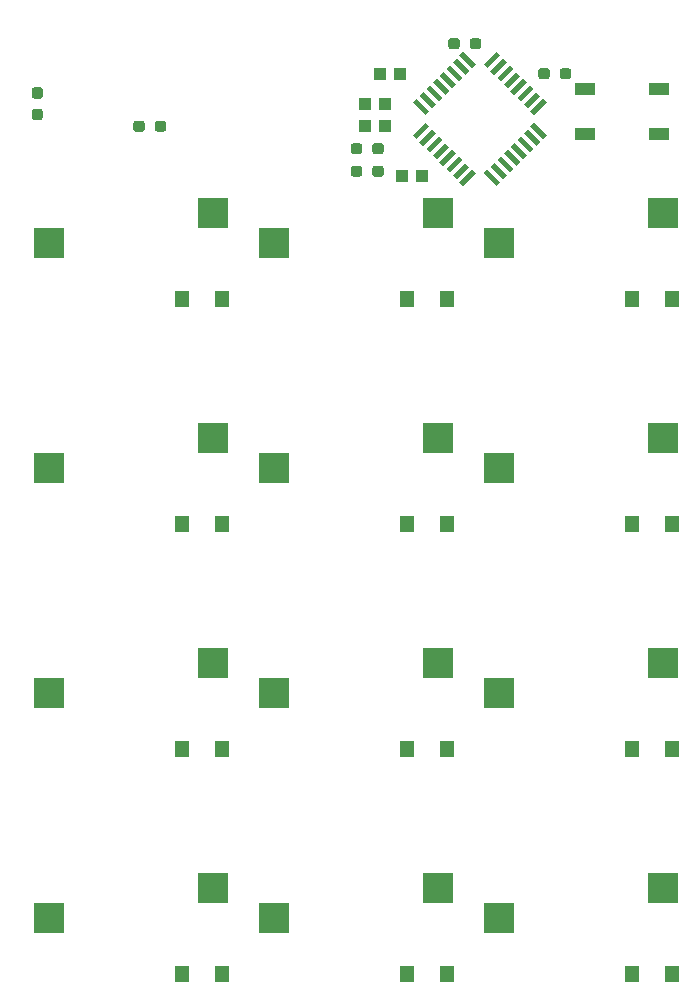
<source format=gbr>
%TF.GenerationSoftware,KiCad,Pcbnew,(5.1.10)-1*%
%TF.CreationDate,2021-10-04T19:32:16-04:00*%
%TF.ProjectId,macropad,6d616372-6f70-4616-942e-6b696361645f,rev?*%
%TF.SameCoordinates,Original*%
%TF.FileFunction,Paste,Bot*%
%TF.FilePolarity,Positive*%
%FSLAX46Y46*%
G04 Gerber Fmt 4.6, Leading zero omitted, Abs format (unit mm)*
G04 Created by KiCad (PCBNEW (5.1.10)-1) date 2021-10-04 19:32:16*
%MOMM*%
%LPD*%
G01*
G04 APERTURE LIST*
%ADD10R,1.700000X1.000000*%
%ADD11C,0.100000*%
%ADD12R,2.550000X2.500000*%
%ADD13R,1.200000X1.400000*%
%ADD14R,1.100000X1.100000*%
G04 APERTURE END LIST*
D10*
%TO.C,SW13*%
X184760000Y-62235000D03*
X178460000Y-62235000D03*
X184760000Y-66035000D03*
X178460000Y-66035000D03*
%TD*%
D11*
%TO.C,U1*%
G36*
X173840674Y-64115926D02*
G01*
X174901334Y-63055266D01*
X175219532Y-63373464D01*
X174158872Y-64434124D01*
X173840674Y-64115926D01*
G37*
G36*
X173274988Y-63550241D02*
G01*
X174335648Y-62489581D01*
X174653846Y-62807779D01*
X173593186Y-63868439D01*
X173274988Y-63550241D01*
G37*
G36*
X172709303Y-62984555D02*
G01*
X173769963Y-61923895D01*
X174088161Y-62242093D01*
X173027501Y-63302753D01*
X172709303Y-62984555D01*
G37*
G36*
X172143618Y-62418870D02*
G01*
X173204278Y-61358210D01*
X173522476Y-61676408D01*
X172461816Y-62737068D01*
X172143618Y-62418870D01*
G37*
G36*
X171577932Y-61853184D02*
G01*
X172638592Y-60792524D01*
X172956790Y-61110722D01*
X171896130Y-62171382D01*
X171577932Y-61853184D01*
G37*
G36*
X171012247Y-61287499D02*
G01*
X172072907Y-60226839D01*
X172391105Y-60545037D01*
X171330445Y-61605697D01*
X171012247Y-61287499D01*
G37*
G36*
X170446561Y-60721814D02*
G01*
X171507221Y-59661154D01*
X171825419Y-59979352D01*
X170764759Y-61040012D01*
X170446561Y-60721814D01*
G37*
G36*
X169880876Y-60156128D02*
G01*
X170941536Y-59095468D01*
X171259734Y-59413666D01*
X170199074Y-60474326D01*
X169880876Y-60156128D01*
G37*
G36*
X167830266Y-70126334D02*
G01*
X168890926Y-69065674D01*
X169209124Y-69383872D01*
X168148464Y-70444532D01*
X167830266Y-70126334D01*
G37*
G36*
X167264581Y-69560648D02*
G01*
X168325241Y-68499988D01*
X168643439Y-68818186D01*
X167582779Y-69878846D01*
X167264581Y-69560648D01*
G37*
G36*
X166698895Y-68994963D02*
G01*
X167759555Y-67934303D01*
X168077753Y-68252501D01*
X167017093Y-69313161D01*
X166698895Y-68994963D01*
G37*
G36*
X166133210Y-68429278D02*
G01*
X167193870Y-67368618D01*
X167512068Y-67686816D01*
X166451408Y-68747476D01*
X166133210Y-68429278D01*
G37*
G36*
X165567524Y-67863592D02*
G01*
X166628184Y-66802932D01*
X166946382Y-67121130D01*
X165885722Y-68181790D01*
X165567524Y-67863592D01*
G37*
G36*
X165001839Y-67297907D02*
G01*
X166062499Y-66237247D01*
X166380697Y-66555445D01*
X165320037Y-67616105D01*
X165001839Y-67297907D01*
G37*
G36*
X164436154Y-66732221D02*
G01*
X165496814Y-65671561D01*
X165815012Y-65989759D01*
X164754352Y-67050419D01*
X164436154Y-66732221D01*
G37*
G36*
X163870468Y-66166536D02*
G01*
X164931128Y-65105876D01*
X165249326Y-65424074D01*
X164188666Y-66484734D01*
X163870468Y-66166536D01*
G37*
G36*
X170446561Y-68818186D02*
G01*
X170764759Y-68499988D01*
X171825419Y-69560648D01*
X171507221Y-69878846D01*
X170446561Y-68818186D01*
G37*
G36*
X171012247Y-68252501D02*
G01*
X171330445Y-67934303D01*
X172391105Y-68994963D01*
X172072907Y-69313161D01*
X171012247Y-68252501D01*
G37*
G36*
X171577932Y-67686816D02*
G01*
X171896130Y-67368618D01*
X172956790Y-68429278D01*
X172638592Y-68747476D01*
X171577932Y-67686816D01*
G37*
G36*
X172143618Y-67121130D02*
G01*
X172461816Y-66802932D01*
X173522476Y-67863592D01*
X173204278Y-68181790D01*
X172143618Y-67121130D01*
G37*
G36*
X172709303Y-66555445D02*
G01*
X173027501Y-66237247D01*
X174088161Y-67297907D01*
X173769963Y-67616105D01*
X172709303Y-66555445D01*
G37*
G36*
X173274988Y-65989759D02*
G01*
X173593186Y-65671561D01*
X174653846Y-66732221D01*
X174335648Y-67050419D01*
X173274988Y-65989759D01*
G37*
G36*
X173840674Y-65424074D02*
G01*
X174158872Y-65105876D01*
X175219532Y-66166536D01*
X174901334Y-66484734D01*
X173840674Y-65424074D01*
G37*
G36*
X169880876Y-69383872D02*
G01*
X170199074Y-69065674D01*
X171259734Y-70126334D01*
X170941536Y-70444532D01*
X169880876Y-69383872D01*
G37*
G36*
X163870468Y-63373464D02*
G01*
X164188666Y-63055266D01*
X165249326Y-64115926D01*
X164931128Y-64434124D01*
X163870468Y-63373464D01*
G37*
G36*
X164436154Y-62807779D02*
G01*
X164754352Y-62489581D01*
X165815012Y-63550241D01*
X165496814Y-63868439D01*
X164436154Y-62807779D01*
G37*
G36*
X165001839Y-62242093D02*
G01*
X165320037Y-61923895D01*
X166380697Y-62984555D01*
X166062499Y-63302753D01*
X165001839Y-62242093D01*
G37*
G36*
X165567524Y-61676408D02*
G01*
X165885722Y-61358210D01*
X166946382Y-62418870D01*
X166628184Y-62737068D01*
X165567524Y-61676408D01*
G37*
G36*
X166133210Y-61110722D02*
G01*
X166451408Y-60792524D01*
X167512068Y-61853184D01*
X167193870Y-62171382D01*
X166133210Y-61110722D01*
G37*
G36*
X166698895Y-60545037D02*
G01*
X167017093Y-60226839D01*
X168077753Y-61287499D01*
X167759555Y-61605697D01*
X166698895Y-60545037D01*
G37*
G36*
X167264581Y-59979352D02*
G01*
X167582779Y-59661154D01*
X168643439Y-60721814D01*
X168325241Y-61040012D01*
X167264581Y-59979352D01*
G37*
G36*
X167830266Y-59413666D02*
G01*
X168148464Y-59095468D01*
X169209124Y-60156128D01*
X168890926Y-60474326D01*
X167830266Y-59413666D01*
G37*
%TD*%
D12*
%TO.C,SW12*%
X133092500Y-132397500D03*
X146942500Y-129857500D03*
%TD*%
%TO.C,SW11*%
X152142500Y-132397500D03*
X165992500Y-129857500D03*
%TD*%
%TO.C,SW10*%
X171192500Y-132397500D03*
X185042500Y-129857500D03*
%TD*%
%TO.C,SW9*%
X133092500Y-113347500D03*
X146942500Y-110807500D03*
%TD*%
%TO.C,SW8*%
X152142500Y-113347500D03*
X165992500Y-110807500D03*
%TD*%
%TO.C,SW7*%
X171192500Y-113347500D03*
X185042500Y-110807500D03*
%TD*%
%TO.C,SW6*%
X133092500Y-94297500D03*
X146942500Y-91757500D03*
%TD*%
%TO.C,SW5*%
X152142500Y-94297500D03*
X165992500Y-91757500D03*
%TD*%
%TO.C,SW4*%
X171192500Y-94297500D03*
X185042500Y-91757500D03*
%TD*%
%TO.C,SW3*%
X133092500Y-75247500D03*
X146942500Y-72707500D03*
%TD*%
%TO.C,SW2*%
X152142500Y-75247500D03*
X165992500Y-72707500D03*
%TD*%
%TO.C,SW1*%
X171192500Y-75247500D03*
X185042500Y-72707500D03*
%TD*%
%TO.C,R6*%
G36*
G01*
X176320000Y-61197500D02*
X176320000Y-60722500D01*
G75*
G02*
X176557500Y-60485000I237500J0D01*
G01*
X177057500Y-60485000D01*
G75*
G02*
X177295000Y-60722500I0J-237500D01*
G01*
X177295000Y-61197500D01*
G75*
G02*
X177057500Y-61435000I-237500J0D01*
G01*
X176557500Y-61435000D01*
G75*
G02*
X176320000Y-61197500I0J237500D01*
G01*
G37*
G36*
G01*
X174495000Y-61197500D02*
X174495000Y-60722500D01*
G75*
G02*
X174732500Y-60485000I237500J0D01*
G01*
X175232500Y-60485000D01*
G75*
G02*
X175470000Y-60722500I0J-237500D01*
G01*
X175470000Y-61197500D01*
G75*
G02*
X175232500Y-61435000I-237500J0D01*
G01*
X174732500Y-61435000D01*
G75*
G02*
X174495000Y-61197500I0J237500D01*
G01*
G37*
%TD*%
%TO.C,R5*%
G36*
G01*
X167850000Y-58182500D02*
X167850000Y-58657500D01*
G75*
G02*
X167612500Y-58895000I-237500J0D01*
G01*
X167112500Y-58895000D01*
G75*
G02*
X166875000Y-58657500I0J237500D01*
G01*
X166875000Y-58182500D01*
G75*
G02*
X167112500Y-57945000I237500J0D01*
G01*
X167612500Y-57945000D01*
G75*
G02*
X167850000Y-58182500I0J-237500D01*
G01*
G37*
G36*
G01*
X169675000Y-58182500D02*
X169675000Y-58657500D01*
G75*
G02*
X169437500Y-58895000I-237500J0D01*
G01*
X168937500Y-58895000D01*
G75*
G02*
X168700000Y-58657500I0J237500D01*
G01*
X168700000Y-58182500D01*
G75*
G02*
X168937500Y-57945000I237500J0D01*
G01*
X169437500Y-57945000D01*
G75*
G02*
X169675000Y-58182500I0J-237500D01*
G01*
G37*
%TD*%
%TO.C,R4*%
G36*
G01*
X160445000Y-69452500D02*
X160445000Y-68977500D01*
G75*
G02*
X160682500Y-68740000I237500J0D01*
G01*
X161182500Y-68740000D01*
G75*
G02*
X161420000Y-68977500I0J-237500D01*
G01*
X161420000Y-69452500D01*
G75*
G02*
X161182500Y-69690000I-237500J0D01*
G01*
X160682500Y-69690000D01*
G75*
G02*
X160445000Y-69452500I0J237500D01*
G01*
G37*
G36*
G01*
X158620000Y-69452500D02*
X158620000Y-68977500D01*
G75*
G02*
X158857500Y-68740000I237500J0D01*
G01*
X159357500Y-68740000D01*
G75*
G02*
X159595000Y-68977500I0J-237500D01*
G01*
X159595000Y-69452500D01*
G75*
G02*
X159357500Y-69690000I-237500J0D01*
G01*
X158857500Y-69690000D01*
G75*
G02*
X158620000Y-69452500I0J237500D01*
G01*
G37*
%TD*%
%TO.C,R3*%
G36*
G01*
X160445000Y-67547500D02*
X160445000Y-67072500D01*
G75*
G02*
X160682500Y-66835000I237500J0D01*
G01*
X161182500Y-66835000D01*
G75*
G02*
X161420000Y-67072500I0J-237500D01*
G01*
X161420000Y-67547500D01*
G75*
G02*
X161182500Y-67785000I-237500J0D01*
G01*
X160682500Y-67785000D01*
G75*
G02*
X160445000Y-67547500I0J237500D01*
G01*
G37*
G36*
G01*
X158620000Y-67547500D02*
X158620000Y-67072500D01*
G75*
G02*
X158857500Y-66835000I237500J0D01*
G01*
X159357500Y-66835000D01*
G75*
G02*
X159595000Y-67072500I0J-237500D01*
G01*
X159595000Y-67547500D01*
G75*
G02*
X159357500Y-67785000I-237500J0D01*
G01*
X158857500Y-67785000D01*
G75*
G02*
X158620000Y-67547500I0J237500D01*
G01*
G37*
%TD*%
%TO.C,R2*%
G36*
G01*
X131842500Y-63925000D02*
X132317500Y-63925000D01*
G75*
G02*
X132555000Y-64162500I0J-237500D01*
G01*
X132555000Y-64662500D01*
G75*
G02*
X132317500Y-64900000I-237500J0D01*
G01*
X131842500Y-64900000D01*
G75*
G02*
X131605000Y-64662500I0J237500D01*
G01*
X131605000Y-64162500D01*
G75*
G02*
X131842500Y-63925000I237500J0D01*
G01*
G37*
G36*
G01*
X131842500Y-62100000D02*
X132317500Y-62100000D01*
G75*
G02*
X132555000Y-62337500I0J-237500D01*
G01*
X132555000Y-62837500D01*
G75*
G02*
X132317500Y-63075000I-237500J0D01*
G01*
X131842500Y-63075000D01*
G75*
G02*
X131605000Y-62837500I0J237500D01*
G01*
X131605000Y-62337500D01*
G75*
G02*
X131842500Y-62100000I237500J0D01*
G01*
G37*
%TD*%
%TO.C,R1*%
G36*
G01*
X142030000Y-65642500D02*
X142030000Y-65167500D01*
G75*
G02*
X142267500Y-64930000I237500J0D01*
G01*
X142767500Y-64930000D01*
G75*
G02*
X143005000Y-65167500I0J-237500D01*
G01*
X143005000Y-65642500D01*
G75*
G02*
X142767500Y-65880000I-237500J0D01*
G01*
X142267500Y-65880000D01*
G75*
G02*
X142030000Y-65642500I0J237500D01*
G01*
G37*
G36*
G01*
X140205000Y-65642500D02*
X140205000Y-65167500D01*
G75*
G02*
X140442500Y-64930000I237500J0D01*
G01*
X140942500Y-64930000D01*
G75*
G02*
X141180000Y-65167500I0J-237500D01*
G01*
X141180000Y-65642500D01*
G75*
G02*
X140942500Y-65880000I-237500J0D01*
G01*
X140442500Y-65880000D01*
G75*
G02*
X140205000Y-65642500I0J237500D01*
G01*
G37*
%TD*%
D13*
%TO.C,D12*%
X147750000Y-137160000D03*
X144350000Y-137160000D03*
%TD*%
%TO.C,D11*%
X166800000Y-137160000D03*
X163400000Y-137160000D03*
%TD*%
%TO.C,D10*%
X185850000Y-137160000D03*
X182450000Y-137160000D03*
%TD*%
%TO.C,D9*%
X147750000Y-118110000D03*
X144350000Y-118110000D03*
%TD*%
%TO.C,D8*%
X166800000Y-118110000D03*
X163400000Y-118110000D03*
%TD*%
%TO.C,D7*%
X185850000Y-118110000D03*
X182450000Y-118110000D03*
%TD*%
%TO.C,D6*%
X147750000Y-99060000D03*
X144350000Y-99060000D03*
%TD*%
%TO.C,D5*%
X166800000Y-99060000D03*
X163400000Y-99060000D03*
%TD*%
%TO.C,D4*%
X185850000Y-99060000D03*
X182450000Y-99060000D03*
%TD*%
%TO.C,D3*%
X147750000Y-80010000D03*
X144350000Y-80010000D03*
%TD*%
%TO.C,D2*%
X166800000Y-80010000D03*
X163400000Y-80010000D03*
%TD*%
%TO.C,D1*%
X185850000Y-80010000D03*
X182450000Y-80010000D03*
%TD*%
D14*
%TO.C,C4*%
X161075000Y-60960000D03*
X162775000Y-60960000D03*
%TD*%
%TO.C,C3*%
X159805000Y-65405000D03*
X161505000Y-65405000D03*
%TD*%
%TO.C,C2*%
X159805000Y-63500000D03*
X161505000Y-63500000D03*
%TD*%
%TO.C,C1*%
X162980000Y-69596000D03*
X164680000Y-69596000D03*
%TD*%
M02*

</source>
